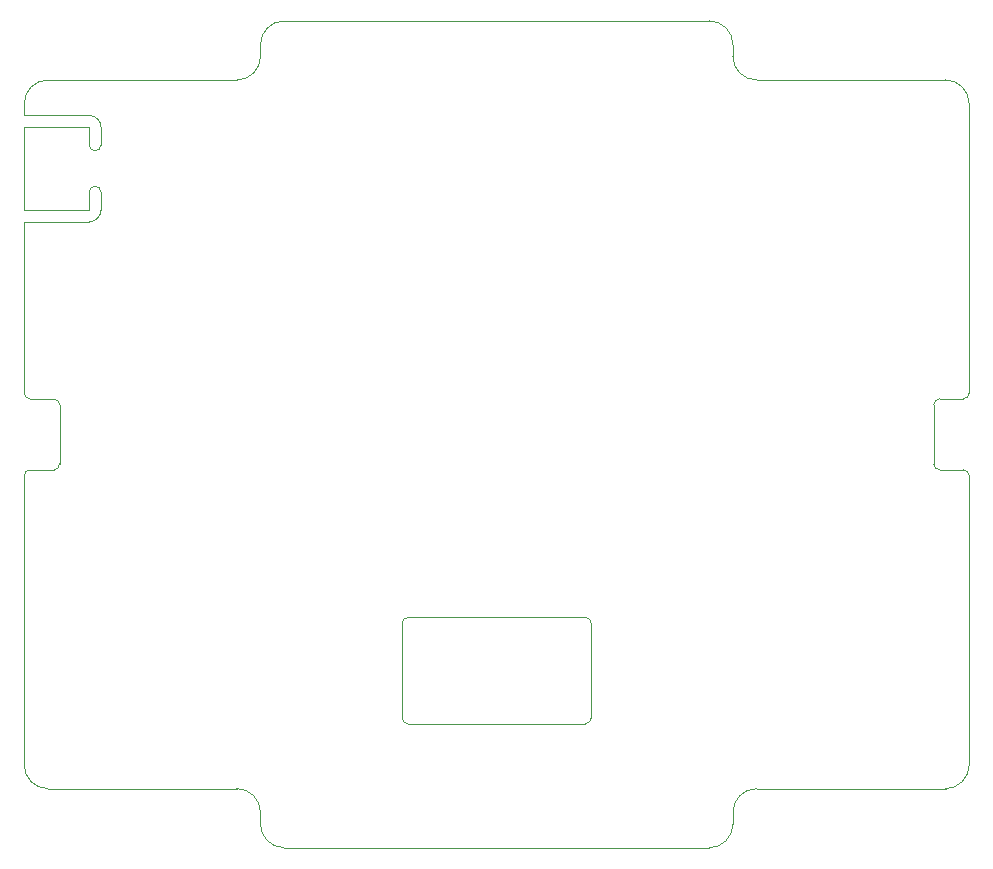
<source format=gbr>
%TF.GenerationSoftware,KiCad,Pcbnew,(5.99.0-12717-g57c7d663b0)*%
%TF.CreationDate,2021-10-22T11:26:34+02:00*%
%TF.ProjectId,Main_PCB,4d61696e-5f50-4434-922e-6b696361645f,rev?*%
%TF.SameCoordinates,Original*%
%TF.FileFunction,Profile,NP*%
%FSLAX46Y46*%
G04 Gerber Fmt 4.6, Leading zero omitted, Abs format (unit mm)*
G04 Created by KiCad (PCBNEW (5.99.0-12717-g57c7d663b0)) date 2021-10-22 11:26:34*
%MOMM*%
%LPD*%
G01*
G04 APERTURE LIST*
%TA.AperFunction,Profile*%
%ADD10C,0.100000*%
%TD*%
G04 APERTURE END LIST*
D10*
X117000000Y-122000000D02*
X117000000Y-114000000D01*
X91000000Y-133000000D02*
G75*
G02*
X89000000Y-131000000I0J2000000D01*
G01*
X91000000Y-63000000D02*
X127000000Y-63000000D01*
X75500000Y-73500000D02*
G75*
G02*
X74500000Y-73500000I-500000J0D01*
G01*
X69000000Y-71000000D02*
X69000000Y-70000000D01*
X69500000Y-95000000D02*
X71500000Y-95000000D01*
X127000000Y-63000000D02*
G75*
G02*
X129000000Y-65000000I0J-2000000D01*
G01*
X74500000Y-72000000D02*
X69000000Y-72000000D01*
X149000000Y-108500000D02*
X149000000Y-101500000D01*
X74500000Y-80000000D02*
X69000000Y-80000000D01*
X101500000Y-122500000D02*
X116500000Y-122500000D01*
X146000000Y-95500000D02*
X146000000Y-100500000D01*
X71000000Y-68000000D02*
X74000000Y-68000000D01*
X149000000Y-94500000D02*
G75*
G02*
X148500000Y-95000000I-500000J0D01*
G01*
X148500000Y-95000000D02*
X147000000Y-95000000D01*
X116500000Y-122500000D02*
G75*
G03*
X117000000Y-122000000I0J500000D01*
G01*
X72000000Y-95500000D02*
X72000000Y-100500000D01*
X72000000Y-95500000D02*
G75*
G03*
X71500000Y-95000000I-500000J0D01*
G01*
X131000000Y-68000000D02*
X147000000Y-68000000D01*
X71500000Y-101000000D02*
X69500000Y-101000000D01*
X149000000Y-126000000D02*
G75*
G02*
X147000000Y-128000000I-2000000J0D01*
G01*
X87000000Y-128000000D02*
G75*
G02*
X89000000Y-130000000I0J-2000000D01*
G01*
X74500000Y-79000000D02*
X74500000Y-77500000D01*
X69000000Y-101500000D02*
G75*
G02*
X69500000Y-101000000I500000J0D01*
G01*
X149000000Y-126000000D02*
X149000000Y-121500000D01*
X69000000Y-101500000D02*
X69000000Y-126000000D01*
X87000000Y-128000000D02*
X71000000Y-128000000D01*
X147000000Y-68000000D02*
G75*
G02*
X149000000Y-70000000I0J-2000000D01*
G01*
X147000000Y-128000000D02*
X131000000Y-128000000D01*
X69000000Y-80000000D02*
X69000000Y-94500000D01*
X69000000Y-70000000D02*
G75*
G02*
X71000000Y-68000000I2000000J0D01*
G01*
X117000000Y-114000000D02*
G75*
G03*
X116500000Y-113500000I-500000J0D01*
G01*
X75500000Y-72000000D02*
G75*
G03*
X74500000Y-71000000I-1000000J0D01*
G01*
X148500000Y-101000000D02*
G75*
G02*
X149000000Y-101500000I0J-500000D01*
G01*
X116500000Y-113500000D02*
X101500000Y-113500000D01*
X101000000Y-114000000D02*
X101000000Y-122000000D01*
X131000000Y-68000000D02*
G75*
G02*
X129000000Y-66000000I0J2000000D01*
G01*
X129000000Y-131000000D02*
G75*
G02*
X127000000Y-133000000I-2000000J0D01*
G01*
X129000000Y-130000000D02*
X129000000Y-131000000D01*
X89000000Y-131000000D02*
X89000000Y-130000000D01*
X74500000Y-80000000D02*
G75*
G03*
X75500000Y-79000000I0J1000000D01*
G01*
X146000000Y-95500000D02*
G75*
G02*
X146500000Y-95000000I500000J0D01*
G01*
X149000000Y-121500000D02*
X149000000Y-108500000D01*
X146500000Y-101000000D02*
G75*
G02*
X146000000Y-100500000I0J500000D01*
G01*
X149000000Y-94500000D02*
X149000000Y-91500000D01*
X149000000Y-78500000D02*
X149000000Y-70000000D01*
X75500000Y-77500000D02*
X75500000Y-79000000D01*
X146500000Y-101000000D02*
X148500000Y-101000000D01*
X69000000Y-72000000D02*
X69000000Y-79000000D01*
X89000000Y-66000000D02*
G75*
G02*
X87000000Y-68000000I-2000000J0D01*
G01*
X89000000Y-65000000D02*
G75*
G02*
X91000000Y-63000000I2000000J0D01*
G01*
X89000000Y-66000000D02*
X89000000Y-65000000D01*
X75500000Y-77500000D02*
G75*
G03*
X74500000Y-77500000I-500000J0D01*
G01*
X129000000Y-65000000D02*
X129000000Y-66000000D01*
X127000000Y-133000000D02*
X91000000Y-133000000D01*
X101500000Y-122500000D02*
G75*
G02*
X101000000Y-122000000I0J500000D01*
G01*
X71500000Y-101000000D02*
G75*
G03*
X72000000Y-100500000I0J500000D01*
G01*
X71000000Y-128000000D02*
G75*
G02*
X69000000Y-126000000I0J2000000D01*
G01*
X74000000Y-68000000D02*
X87000000Y-68000000D01*
X101000000Y-114000000D02*
G75*
G02*
X101500000Y-113500000I500000J0D01*
G01*
X129000000Y-130000000D02*
G75*
G02*
X131000000Y-128000000I2000000J0D01*
G01*
X74500000Y-73500000D02*
X74500000Y-72000000D01*
X147000000Y-95000000D02*
X146500000Y-95000000D01*
X69000000Y-79000000D02*
X74500000Y-79000000D01*
X69000000Y-71000000D02*
X74500000Y-71000000D01*
X69500000Y-95000000D02*
G75*
G02*
X69000000Y-94500000I0J500000D01*
G01*
X149000000Y-91500000D02*
X149000000Y-78500000D01*
X75500000Y-72000000D02*
X75500000Y-73500000D01*
M02*

</source>
